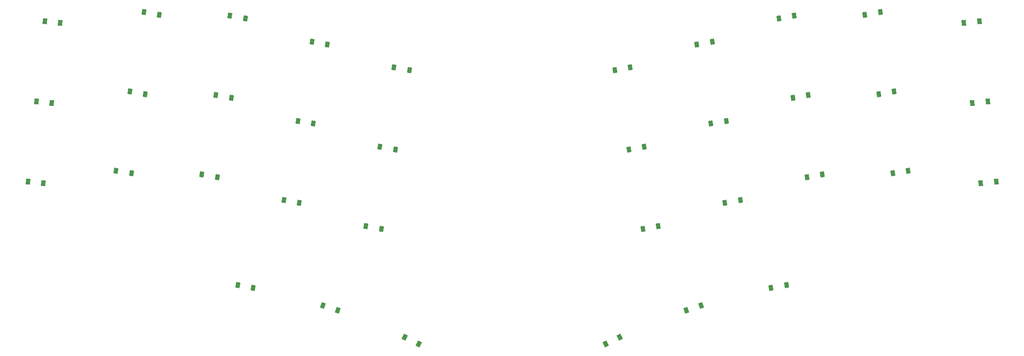
<source format=gbr>
%TF.GenerationSoftware,KiCad,Pcbnew,(6.0.7-1)-1*%
%TF.CreationDate,2022-09-13T11:26:25-04:00*%
%TF.ProjectId,egret,65677265-742e-46b6-9963-61645f706362,v1.0.0*%
%TF.SameCoordinates,Original*%
%TF.FileFunction,Paste,Top*%
%TF.FilePolarity,Positive*%
%FSLAX46Y46*%
G04 Gerber Fmt 4.6, Leading zero omitted, Abs format (unit mm)*
G04 Created by KiCad (PCBNEW (6.0.7-1)-1) date 2022-09-13 11:26:25*
%MOMM*%
%LPD*%
G01*
G04 APERTURE LIST*
G04 Aperture macros list*
%AMRotRect*
0 Rectangle, with rotation*
0 The origin of the aperture is its center*
0 $1 length*
0 $2 width*
0 $3 Rotation angle, in degrees counterclockwise*
0 Add horizontal line*
21,1,$1,$2,0,0,$3*%
G04 Aperture macros list end*
%ADD10RotRect,0.900000X1.200000X350.000000*%
%ADD11RotRect,0.900000X1.200000X334.000000*%
%ADD12RotRect,0.900000X1.200000X10.000000*%
%ADD13RotRect,0.900000X1.200000X354.000000*%
%ADD14RotRect,0.900000X1.200000X18.000000*%
%ADD15RotRect,0.900000X1.200000X6.000000*%
%ADD16RotRect,0.900000X1.200000X26.000000*%
%ADD17RotRect,0.900000X1.200000X342.000000*%
G04 APERTURE END LIST*
D10*
%TO.C,D11*%
X161247908Y-103135767D03*
X164497774Y-103708805D03*
%TD*%
%TO.C,D15*%
X181514051Y-91858622D03*
X184763917Y-92431660D03*
%TD*%
%TO.C,D16*%
X148549900Y-137832910D03*
X151799766Y-138405948D03*
%TD*%
D11*
%TO.C,D18*%
X183769204Y-148793449D03*
X186735224Y-150240073D03*
%TD*%
D12*
%TO.C,D24*%
X280913548Y-80715740D03*
X284163414Y-80142702D03*
%TD*%
%TO.C,D23*%
X283865569Y-97457472D03*
X287115435Y-96884434D03*
%TD*%
%TO.C,D25*%
X268678631Y-114985951D03*
X271928497Y-114412913D03*
%TD*%
%TO.C,D22*%
X286817586Y-114199203D03*
X290067452Y-113626165D03*
%TD*%
D13*
%TO.C,D1*%
X104253651Y-115923686D03*
X107535573Y-116268630D03*
%TD*%
D12*
%TO.C,D26*%
X265726614Y-98244220D03*
X268976480Y-97671182D03*
%TD*%
%TO.C,D30*%
X245460469Y-86967074D03*
X248710335Y-86394036D03*
%TD*%
D10*
%TO.C,D8*%
X143933784Y-97671184D03*
X147183650Y-98244222D03*
%TD*%
%TO.C,D7*%
X140981763Y-114412913D03*
X144231629Y-114985951D03*
%TD*%
D12*
%TO.C,D27*%
X262774593Y-81502489D03*
X266024459Y-80929451D03*
%TD*%
D10*
%TO.C,D13*%
X175610013Y-125342084D03*
X178859879Y-125915122D03*
%TD*%
D13*
%TO.C,D2*%
X106030634Y-99016817D03*
X109312556Y-99361761D03*
%TD*%
D10*
%TO.C,D5*%
X125794829Y-96884434D03*
X129044695Y-97457472D03*
%TD*%
D14*
%TO.C,D35*%
X243229003Y-143101547D03*
X246367489Y-142081791D03*
%TD*%
D12*
%TO.C,D29*%
X248412489Y-103708804D03*
X251662355Y-103135766D03*
%TD*%
D15*
%TO.C,D19*%
X305374689Y-116268631D03*
X308656611Y-115923687D03*
%TD*%
D10*
%TO.C,D14*%
X178562031Y-108600353D03*
X181811897Y-109173391D03*
%TD*%
%TO.C,D12*%
X164199926Y-86394035D03*
X167449792Y-86967073D03*
%TD*%
D12*
%TO.C,D34*%
X261110497Y-138405949D03*
X264360363Y-137832911D03*
%TD*%
D10*
%TO.C,D9*%
X146885803Y-80929451D03*
X150135669Y-81502489D03*
%TD*%
D12*
%TO.C,D28*%
X251364509Y-120450537D03*
X254614375Y-119877499D03*
%TD*%
D16*
%TO.C,D36*%
X226175040Y-150240074D03*
X229141060Y-148793450D03*
%TD*%
D15*
%TO.C,D21*%
X301820725Y-82454886D03*
X305102647Y-82109942D03*
%TD*%
D10*
%TO.C,D10*%
X158295888Y-119877499D03*
X161545754Y-120450537D03*
%TD*%
D13*
%TO.C,D3*%
X107807617Y-82109944D03*
X111089539Y-82454888D03*
%TD*%
D12*
%TO.C,D31*%
X234050383Y-125915122D03*
X237300249Y-125342084D03*
%TD*%
D15*
%TO.C,D20*%
X303597708Y-99361759D03*
X306879630Y-99016815D03*
%TD*%
D10*
%TO.C,D4*%
X122842810Y-113626166D03*
X126092676Y-114199204D03*
%TD*%
D12*
%TO.C,D32*%
X231098364Y-109173392D03*
X234348230Y-108600354D03*
%TD*%
D10*
%TO.C,D6*%
X128746848Y-80142700D03*
X131996714Y-80715738D03*
%TD*%
D17*
%TO.C,D17*%
X166542769Y-142081790D03*
X169681255Y-143101546D03*
%TD*%
D12*
%TO.C,D33*%
X228146346Y-92431659D03*
X231396212Y-91858621D03*
%TD*%
M02*

</source>
